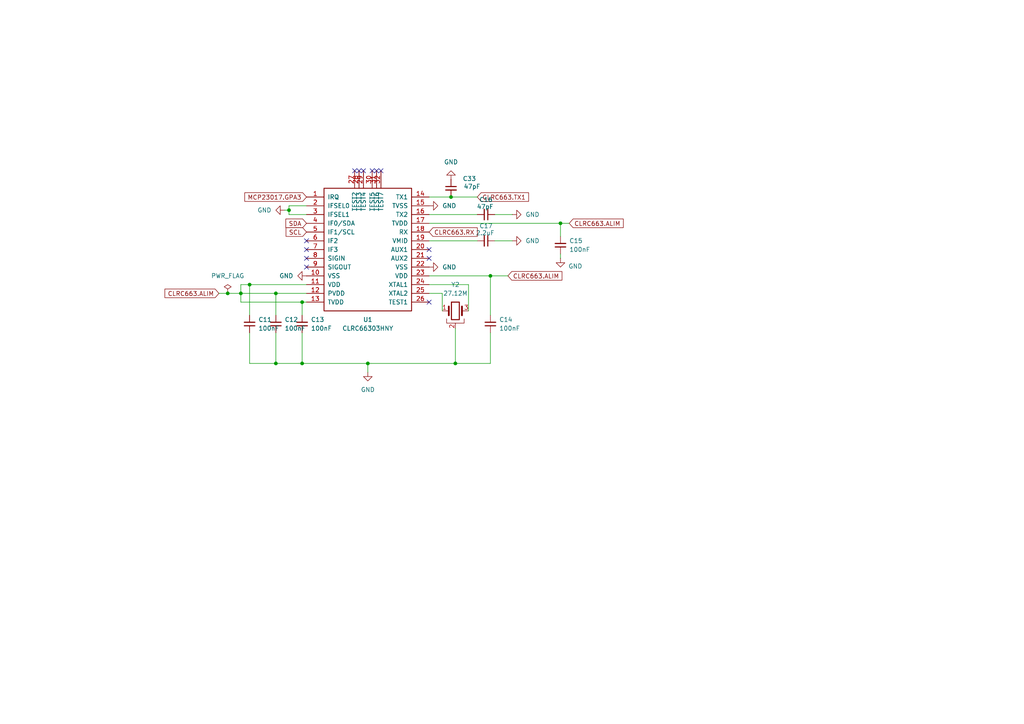
<source format=kicad_sch>
(kicad_sch (version 20250114) (generator "eeschema") (generator_version "9.0")
  (paper "A4")
  (lib_symbols
    (symbol "CLRC66303HNY:CLRC66303HNY" (pin_names (offset 1.016))
      (property "Reference" "U" (at 0 20.32 0))
      (property "Value" "CLRC66303HNY" (at 0 -20.32 0))
      (symbol "CLRC66303HNY_0_1"
        (rectangle (start -12.7 -17.78) (end 12.7 17.78) (stroke (width 0.254)))
        (pin output line (at -17.78 15.24 0) (length 5.08) (name "IRQ") (number "1"))
        (pin input line (at -17.78 12.7 0) (length 5.08) (name "IFSEL0") (number "2"))
        (pin input line (at -17.78 10.16 0) (length 5.08) (name "IFSEL1") (number "3"))
        (pin bidirectional line (at -17.78 7.62 0) (length 5.08) (name "IF0/SDA") (number "4"))
        (pin input line (at -17.78 5.08 0) (length 5.08) (name "IF1/SCL") (number "5"))
        (pin passive line (at -17.78 2.54 0) (length 5.08) (name "IF2") (number "6"))
        (pin passive line (at -17.78 0 0) (length 5.08) (name "IF3") (number "7"))
        (pin input line (at -17.78 -2.54 0) (length 5.08) (name "SIGIN") (number "8"))
        (pin output line (at -17.78 -5.08 0) (length 5.08) (name "SIGOUT") (number "9"))
        (pin power_in line (at -17.78 -7.62 0) (length 5.08) (name "VSS") (number "10"))
        (pin power_in line (at -17.78 -10.16 0) (length 5.08) (name "VDD") (number "11"))
        (pin power_in line (at -17.78 -12.7 0) (length 5.08) (name "PVDD") (number "12"))
        (pin power_in line (at -17.78 -15.24 0) (length 5.08) (name "TVDD") (number "13"))
        (pin passive line (at -3.81 22.86 270) (length 5.08) (name "TEST2") (number "27"))
        (pin passive line (at -2.54 22.86 270) (length 5.08) (name "TEST3") (number "28"))
        (pin passive line (at -1.27 22.86 270) (length 5.08) (name "TEST4") (number "29"))
        (pin passive line (at 2.54 22.86 270) (length 5.08) (name "TEST6") (number "31"))
        (pin output line (at 17.78 15.24 180) (length 5.08) (name "TX1") (number "14"))
        (pin power_in line (at 17.78 12.7 180) (length 5.08) (name "TVSS") (number "15"))
        (pin output line (at 17.78 10.16 180) (length 5.08) (name "TX2") (number "16"))
        (pin power_in line (at 17.78 7.62 180) (length 5.08) (name "TVDD") (number "17"))
        (pin input line (at 17.78 5.08 180) (length 5.08) (name "RX") (number "18"))
        (pin passive line (at 17.78 2.54 180) (length 5.08) (name "VMID") (number "19"))
        (pin output line (at 17.78 0 180) (length 5.08) (name "AUX1") (number "20"))
        (pin output line (at 17.78 -2.54 180) (length 5.08) (name "AUX2") (number "21"))
        (pin power_in line (at 17.78 -5.08 180) (length 5.08) (name "VSS") (number "22"))
        (pin power_in line (at 17.78 -7.62 180) (length 5.08) (name "VDD") (number "23"))
        (pin input line (at 17.78 -10.16 180) (length 5.08) (name "XTAL1") (number "24"))
        (pin output line (at 17.78 -12.7 180) (length 5.08) (name "XTAL2") (number "25"))
        (pin passive line (at 17.78 -15.24 180) (length 5.08) (name "TEST1") (number "26"))
      )
      (symbol "CLRC66303HNY_1_1"
        (pin passive line (at 1.27 22.86 270) (length 5.08) (name "TEST5") (number "30"))
        (pin passive line (at 3.81 22.86 270) (length 5.08) (name "TEST7") (number "32"))
      )
    )
    (symbol "Device:C_Small" (pin_numbers (hide yes)) (pin_names (offset 0.254) (hide yes))
      (property "Reference" "C" (at 0.254 1.778 0))
      (property "Value" "C_Small" (at 0.254 -2.032 0))
      (symbol "C_Small_0_1"
        (polyline (pts (xy -1.524 0.508) (xy 1.524 0.508)) (stroke (width 0.3048)))
        (polyline (pts (xy -1.524 -0.508) (xy 1.524 -0.508)) (stroke (width 0.3302)))
      )
      (symbol "C_Small_1_1"
        (pin passive line (at 0 2.54 270) (length 2.032) (name "~") (number "1"))
        (pin passive line (at 0 -2.54 90) (length 2.032) (name "~") (number "2"))
      )
    )
    (symbol "Device:Crystal_GND2" (pin_names (offset 1.016) (hide yes))
      (property "Reference" "Y" (at 0 5.715 0))
      (property "Value" "Crystal_GND2" (at 0 3.81 0))
      (symbol "Crystal_GND2_0_1"
        (polyline (pts (xy -2.54 0) (xy -1.905 0)))
        (polyline (pts (xy -2.54 -2.286) (xy -2.54 -3.556) (xy 2.54 -3.556) (xy 2.54 -2.286)))
        (polyline (pts (xy -1.905 -1.27) (xy -1.905 1.27)) (stroke (width 0.508)))
        (rectangle (start -1.143 2.54) (end 1.143 -2.54) (stroke (width 0.3048)))
        (polyline (pts (xy 0 -3.81) (xy 0 -3.556)))
        (polyline (pts (xy 1.905 1.27) (xy 1.905 -1.27)) (stroke (width 0.508)))
        (polyline (pts (xy 1.905 0) (xy 2.54 0)))
      )
      (symbol "Crystal_GND2_1_1"
        (pin passive line (at -3.81 0 0) (length 1.27) (name "1") (number "1"))
        (pin passive line (at 0 -5.08 90) (length 1.27) (name "2") (number "2"))
        (pin passive line (at 3.81 0 180) (length 1.27) (name "3") (number "3"))
      )
    )
    (symbol "power:GND" (power) (pin_numbers (hide yes)) (pin_names (offset 0) (hide yes))
      (property "Value" "GND" (at 0 -3.81 0))
      (symbol "GND_0_1"
        (polyline (pts (xy 0 0) (xy 0 -1.27) (xy 1.27 -1.27) (xy 0 -2.54) (xy -1.27 -1.27) (xy 0 -1.27)))
      )
      (symbol "GND_1_1"
        (pin power_in line (at 0 0 270) (length 0) (name "~") (number "1"))
      )
    )
    (symbol "power:PWR_FLAG" (power) (pin_numbers (hide yes)) (pin_names (offset 0) (hide yes))
      (property "Value" "PWR_FLAG" (at 0 3.81 0))
      (symbol "PWR_FLAG_0_0"
        (pin power_out line (at 0 0 90) (length 0) (name "~") (number "1"))
      )
      (symbol "PWR_FLAG_0_1"
        (polyline (pts (xy 0 0) (xy 0 1.27) (xy -1.016 1.905) (xy 0 2.54) (xy 1.016 1.905) (xy 0 1.27)))
      )
    )
  )
  (junction (at 87.63 87.63))
  (junction (at 106.68 105.41))
  (junction (at 83.82 60.96))
  (junction (at 87.63 105.41))
  (junction (at 132.08 105.41))
  (junction (at 130.81 57.15))
  (junction (at 66.04 85.09))
  (junction (at 72.39 82.55))
  (junction (at 69.85 85.09))
  (junction (at 142.24 80.01))
  (junction (at 162.56 64.77))
  (junction (at 80.01 105.41))
  (junction (at 80.01 85.09))
  (no_connect (at 88.9 72.39))
  (no_connect (at 109.22 49.53))
  (no_connect (at 102.87 49.53))
  (no_connect (at 88.9 69.85))
  (no_connect (at 110.49 49.53))
  (no_connect (at 88.9 77.47))
  (no_connect (at 88.9 74.93))
  (no_connect (at 107.95 49.53))
  (no_connect (at 124.46 74.93))
  (no_connect (at 124.46 72.39))
  (no_connect (at 124.46 87.63))
  (no_connect (at 104.14 49.53))
  (no_connect (at 105.41 49.53))
  (wire (pts (xy 87.63 105.41) (xy 106.68 105.41)))
  (wire (pts (xy 162.56 64.77) (xy 165.1 64.77)))
  (wire (pts (xy 124.46 82.55) (xy 135.89 82.55)))
  (wire (pts (xy 124.46 64.77) (xy 162.56 64.77)))
  (wire (pts (xy 69.85 85.09) (xy 69.85 82.55)))
  (wire (pts (xy 142.24 80.01) (xy 147.32 80.01)))
  (wire (pts (xy 69.85 82.55) (xy 72.39 82.55)))
  (wire (pts (xy 87.63 96.52) (xy 87.63 105.41)))
  (wire (pts (xy 132.08 95.25) (xy 132.08 105.41)))
  (wire (pts (xy 80.01 96.52) (xy 80.01 105.41)))
  (wire (pts (xy 142.24 96.52) (xy 142.24 105.41)))
  (wire (pts (xy 69.85 87.63) (xy 69.85 85.09)))
  (wire (pts (xy 124.46 85.09) (xy 128.27 85.09)))
  (wire (pts (xy 88.9 62.23) (xy 83.82 62.23)))
  (wire (pts (xy 106.68 105.41) (xy 106.68 107.95)))
  (wire (pts (xy 87.63 91.44) (xy 87.63 87.63)))
  (wire (pts (xy 124.46 80.01) (xy 142.24 80.01)))
  (wire (pts (xy 87.63 87.63) (xy 69.85 87.63)))
  (wire (pts (xy 82.55 60.96) (xy 83.82 60.96)))
  (wire (pts (xy 143.51 69.85) (xy 148.59 69.85)))
  (wire (pts (xy 83.82 59.69) (xy 88.9 59.69)))
  (wire (pts (xy 130.81 57.15) (xy 124.46 57.15)))
  (wire (pts (xy 143.51 62.23) (xy 148.59 62.23)))
  (wire (pts (xy 106.68 105.41) (xy 132.08 105.41)))
  (wire (pts (xy 80.01 85.09) (xy 88.9 85.09)))
  (wire (pts (xy 128.27 85.09) (xy 128.27 90.17)))
  (wire (pts (xy 87.63 87.63) (xy 88.9 87.63)))
  (wire (pts (xy 72.39 91.44) (xy 72.39 82.55)))
  (wire (pts (xy 138.43 57.15) (xy 130.81 57.15)))
  (wire (pts (xy 66.04 85.09) (xy 69.85 85.09)))
  (wire (pts (xy 162.56 73.66) (xy 162.56 74.93)))
  (wire (pts (xy 83.82 62.23) (xy 83.82 60.96)))
  (wire (pts (xy 80.01 91.44) (xy 80.01 85.09)))
  (wire (pts (xy 72.39 96.52) (xy 72.39 105.41)))
  (wire (pts (xy 138.43 62.23) (xy 124.46 62.23)))
  (wire (pts (xy 72.39 105.41) (xy 80.01 105.41)))
  (wire (pts (xy 83.82 60.96) (xy 83.82 59.69)))
  (wire (pts (xy 63.5 85.09) (xy 66.04 85.09)))
  (wire (pts (xy 69.85 85.09) (xy 80.01 85.09)))
  (wire (pts (xy 138.43 69.85) (xy 124.46 69.85)))
  (wire (pts (xy 135.89 90.17) (xy 135.89 82.55)))
  (wire (pts (xy 72.39 82.55) (xy 88.9 82.55)))
  (wire (pts (xy 80.01 105.41) (xy 87.63 105.41)))
  (wire (pts (xy 162.56 64.77) (xy 162.56 68.58)))
  (wire (pts (xy 142.24 80.01) (xy 142.24 91.44)))
  (wire (pts (xy 132.08 105.41) (xy 142.24 105.41)))
  (global_label "CLRC663.ALIM" (shape input) (at 165.1 64.77 0) (property "Intersheetrefs" "${INTERSHEET_REFS}" (effects (hide yes))))
  (global_label "SCL" (shape input) (at 88.9 67.31 180) (property "Intersheetrefs" "${INTERSHEET_REFS}" (effects (hide yes))))
  (global_label "CLRC663.ALIM" (shape input) (at 63.5 85.09 180) (property "Intersheetrefs" "${INTERSHEET_REFS}" (effects (hide yes))))
  (global_label "MCP23017.GPA3" (shape input) (at 88.9 57.15 180) (property "Intersheetrefs" "${INTERSHEET_REFS}" (effects (hide yes))))
  (global_label "CLRC663.ALIM" (shape input) (at 147.32 80.01 0) (property "Intersheetrefs" "${INTERSHEET_REFS}" (effects (hide yes))))
  (global_label "SDA" (shape input) (at 88.9 64.77 180) (property "Intersheetrefs" "${INTERSHEET_REFS}" (effects (hide yes))))
  (global_label "CLRC663.TX1" (shape input) (at 138.43 57.15 0) (property "Intersheetrefs" "${INTERSHEET_REFS}" (effects (hide yes))))
  (global_label "CLRC663.RX" (shape input) (at 124.46 67.31 0) (property "Intersheetrefs" "${INTERSHEET_REFS}" (effects (hide yes))))
  (symbol (lib_id "Device:C_Small") (at 162.56 71.12 180) (unit 1)
    (property "Reference" "C15" (at 165.1 69.8435 0) (effects (justify right)))
    (property "Value" "100nF" (at 165.1 72.3835 0) (effects (justify right)))
    (property "Footprint" "Capacitor_SMD:C_0402_1005Metric" (effects (hide yes)))
    (property "Description" "Unpolarized capacitor, small symbol" (effects (hide yes)))
  )
  (symbol (lib_id "CLRC66303HNY:CLRC66303HNY") (at 106.68 72.39 0) (unit 1)
    (property "Reference" "U1" (at 106.68 92.71 0))
    (property "Value" "CLRC66303HNY" (at 106.68 95.25 0))
    (property "Footprint" "Package_DFN_QFN:HVQFN-32-1EP_5x5mm_P0.5mm_EP3.1x3.1mm" (effects (hide yes)))
    (property "Datasheet" "https://www.nxp.com/docs/en/data-sheet/CLRC663.pdf" (effects (hide yes)))
  )
  (symbol (lib_id "Device:Crystal_GND2") (at 132.08 90.17 0) (unit 1)
    (property "Reference" "Y2" (at 132.08 82.55 0))
    (property "Value" "27.12M" (at 132.08 85.09 0))
    (property "Footprint" "Crystal:Crystal_SMD_2016-4Pin_2.0x1.6mm" (effects (hide yes)))
    (property "Description" "Three pin crystal, GND on pin 2" (effects (hide yes)))
  )
  (symbol (lib_id "Device:C_Small") (at 72.39 93.98 180) (unit 1)
    (property "Reference" "C11" (at 74.93 92.7035 0) (effects (justify right)))
    (property "Value" "100nF" (at 74.93 95.2435 0) (effects (justify right)))
    (property "Footprint" "Capacitor_SMD:C_0402_1005Metric" (effects (hide yes)))
    (property "Description" "Unpolarized capacitor, small symbol" (effects (hide yes)))
  )
  (symbol (lib_id "power:GND") (at 82.55 60.96 270) (unit 1)
    (property "Reference" "#PWR037" (effects (hide yes)))
    (property "Value" "GND" (at 78.74 60.9599 90) (effects (justify right)))
    (property "Description" "Power symbol creates a global label with name \"GND\" , ground" (effects (hide yes)))
  )
  (symbol (lib_id "Device:C_Small") (at 80.01 93.98 180) (unit 1)
    (property "Reference" "C12" (at 82.55 92.7035 0) (effects (justify right)))
    (property "Value" "100nF" (at 82.55 95.2435 0) (effects (justify right)))
    (property "Footprint" "Capacitor_SMD:C_0402_1005Metric" (effects (hide yes)))
    (property "Description" "Unpolarized capacitor, small symbol" (effects (hide yes)))
  )
  (symbol (lib_id "Device:C_Small") (at 142.24 93.98 180) (unit 1)
    (property "Reference" "C14" (at 144.78 92.7035 0) (effects (justify right)))
    (property "Value" "100nF" (at 144.78 95.2435 0) (effects (justify right)))
    (property "Footprint" "Capacitor_SMD:C_0402_1005Metric" (effects (hide yes)))
    (property "Description" "Unpolarized capacitor, small symbol" (effects (hide yes)))
  )
  (symbol (lib_id "power:GND") (at 148.59 62.23 90) (unit 1)
    (property "Reference" "#PWR041" (effects (hide yes)))
    (property "Value" "GND" (at 152.4 62.2299 90) (effects (justify right)))
    (property "Description" "Power symbol creates a global label with name \"GND\" , ground" (effects (hide yes)))
  )
  (symbol (lib_id "power:PWR_FLAG") (at 66.04 85.09 0) (unit 1)
    (property "Reference" "#FLG01" (effects (hide yes)))
    (property "Value" "PWR_FLAG" (at 66.04 80.01 0))
    (property "Description" "Special symbol for telling ERC where power comes from" (effects (hide yes)))
  )
  (symbol (lib_id "power:GND") (at 124.46 77.47 90) (unit 1)
    (property "Reference" "#PWR035" (effects (hide yes)))
    (property "Value" "GND" (at 128.27 77.4699 90) (effects (justify right)))
    (property "Description" "Power symbol creates a global label with name \"GND\" , ground" (effects (hide yes)))
  )
  (symbol (lib_id "power:GND") (at 88.9 80.01 270) (unit 1)
    (property "Reference" "#PWR034" (effects (hide yes)))
    (property "Value" "GND" (at 85.09 80.0099 90) (effects (justify right)))
    (property "Description" "Power symbol creates a global label with name \"GND\" , ground" (effects (hide yes)))
  )
  (symbol (lib_id "Device:C_Small") (at 87.63 93.98 180) (unit 1)
    (property "Reference" "C13" (at 90.17 92.7035 0) (effects (justify right)))
    (property "Value" "100nF" (at 90.17 95.2435 0) (effects (justify right)))
    (property "Footprint" "Capacitor_SMD:C_0402_1005Metric" (effects (hide yes)))
    (property "Description" "Unpolarized capacitor, small symbol" (effects (hide yes)))
  )
  (symbol (lib_id "power:GND") (at 130.81 52.07 180) (unit 1)
    (property "Reference" "#PWR051" (effects (hide yes)))
    (property "Value" "GND" (at 130.81 46.99 0))
    (property "Description" "Power symbol creates a global label with name \"GND\" , ground" (effects (hide yes)))
  )
  (symbol (lib_id "power:GND") (at 162.56 74.93 0) (unit 1)
    (property "Reference" "#PWR067" (effects (hide yes)))
    (property "Value" "GND" (at 166.878 77.216 0))
    (property "Description" "Power symbol creates a global label with name \"GND\" , ground" (effects (hide yes)))
  )
  (symbol (lib_id "power:GND") (at 106.68 107.95 0) (unit 1)
    (property "Reference" "#PWR027" (effects (hide yes)))
    (property "Value" "GND" (at 106.68 113.03 0))
    (property "Description" "Power symbol creates a global label with name \"GND\" , ground" (effects (hide yes)))
  )
  (symbol (lib_id "power:GND") (at 124.46 59.69 90) (unit 1)
    (property "Reference" "#PWR036" (effects (hide yes)))
    (property "Value" "GND" (at 128.27 59.6899 90) (effects (justify right)))
    (property "Description" "Power symbol creates a global label with name \"GND\" , ground" (effects (hide yes)))
  )
  (symbol (lib_id "Device:C_Small") (at 140.97 69.85 270) (unit 1)
    (property "Reference" "C17" (at 140.97 65.532 90))
    (property "Value" "2.2uF" (at 140.716 67.564 90))
    (property "Footprint" "Capacitor_SMD:C_0402_1005Metric" (effects (hide yes)))
    (property "Description" "Unpolarized capacitor, small symbol" (effects (hide yes)))
  )
  (symbol (lib_id "Device:C_Small") (at 140.97 62.23 270) (unit 1)
    (property "Reference" "C16" (at 140.97 57.912 90))
    (property "Value" "47pF" (at 140.716 59.944 90))
    (property "Footprint" "Capacitor_SMD:C_0402_1005Metric" (effects (hide yes)))
    (property "Description" "Unpolarized capacitor, small symbol" (effects (hide yes)))
  )
  (symbol (lib_id "Device:C_Small") (at 130.81 54.61 0) (unit 1)
    (property "Reference" "C33" (at 136.144 51.816 0))
    (property "Value" "47pF" (at 136.906 54.102 0))
    (property "Footprint" "Capacitor_SMD:C_0402_1005Metric" (effects (hide yes)))
    (property "Description" "Unpolarized capacitor, small symbol" (effects (hide yes)))
  )
  (symbol (lib_id "power:GND") (at 148.59 69.85 90) (unit 1)
    (property "Reference" "#PWR042" (effects (hide yes)))
    (property "Value" "GND" (at 152.4 69.8499 90) (effects (justify right)))
    (property "Description" "Power symbol creates a global label with name \"GND\" , ground" (effects (hide yes)))
  )
)
</source>
